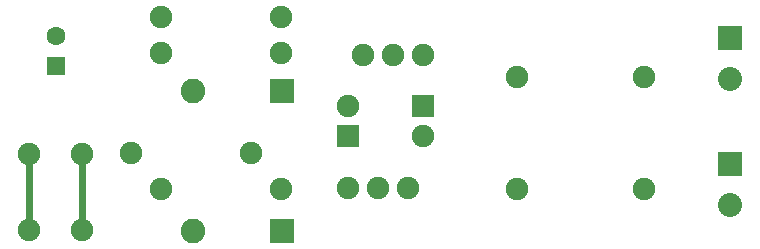
<source format=gbl>
G04 MADE WITH FRITZING*
G04 WWW.FRITZING.ORG*
G04 DOUBLE SIDED*
G04 HOLES PLATED*
G04 CONTOUR ON CENTER OF CONTOUR VECTOR*
%ASAXBY*%
%FSLAX23Y23*%
%MOIN*%
%OFA0B0*%
%SFA1.0B1.0*%
%ADD10C,0.075000*%
%ADD11C,0.062992*%
%ADD12C,0.080000*%
%ADD13C,0.082000*%
%ADD14C,0.075118*%
%ADD15R,0.062992X0.062992*%
%ADD16R,0.075000X0.075000*%
%ADD17R,0.080000X0.080000*%
%ADD18R,0.082000X0.082000*%
%ADD19C,0.024000*%
%LNCOPPER0*%
G90*
G70*
G54D10*
X513Y483D03*
X913Y483D03*
X1013Y938D03*
X613Y938D03*
X612Y363D03*
X1012Y363D03*
X613Y818D03*
X1013Y818D03*
X1235Y367D03*
X1335Y367D03*
X1435Y367D03*
X1485Y810D03*
X1385Y810D03*
X1285Y810D03*
G54D11*
X262Y773D03*
X262Y872D03*
G54D10*
X1235Y539D03*
X1235Y639D03*
X1485Y639D03*
X1485Y539D03*
X173Y225D03*
X173Y481D03*
X350Y225D03*
X350Y481D03*
G54D12*
X2508Y867D03*
X2508Y729D03*
G54D13*
X1015Y224D03*
X717Y224D03*
X1015Y691D03*
X717Y691D03*
G54D12*
X2508Y447D03*
X2508Y309D03*
G54D14*
X2221Y738D03*
X1800Y738D03*
X1800Y364D03*
X2221Y364D03*
G54D15*
X262Y773D03*
G54D16*
X1235Y539D03*
X1485Y639D03*
G54D17*
X2508Y867D03*
G54D18*
X1016Y224D03*
X1016Y691D03*
G54D17*
X2508Y447D03*
G54D19*
X173Y253D02*
X173Y452D01*
D02*
X350Y253D02*
X350Y452D01*
G04 End of Copper0*
M02*
</source>
